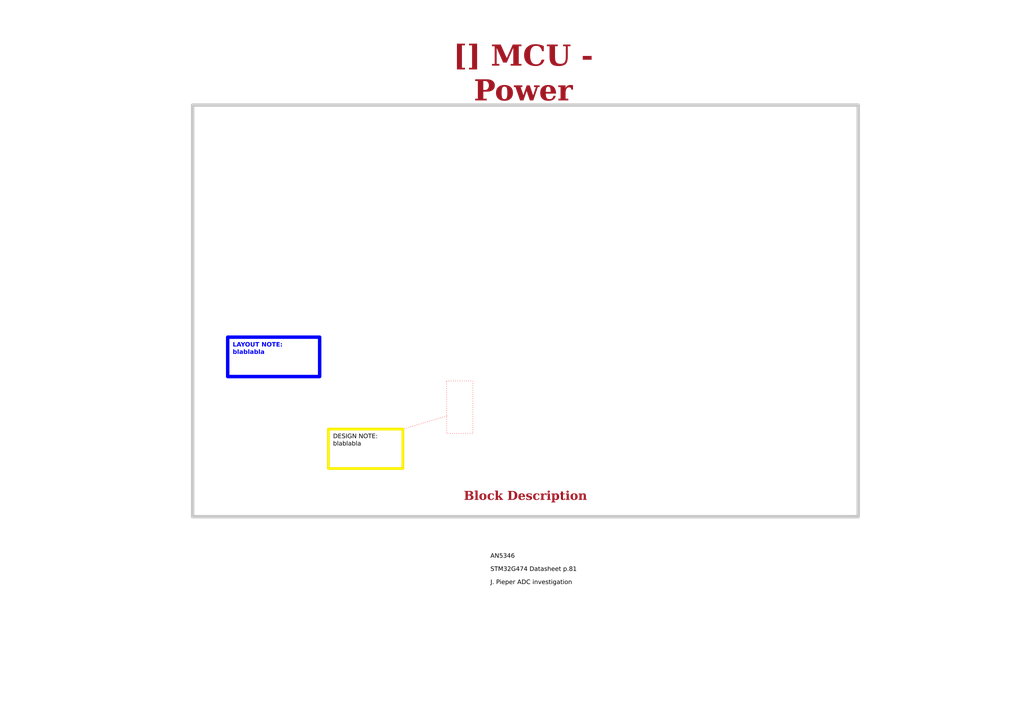
<source format=kicad_sch>
(kicad_sch (version 20230121) (generator eeschema)
  (paper "A4")
  (title_block (title "MCU - Power") (date "Last Modified Date") (rev "${REVISION}") (company "${COMPANY}"))
  (lib_symbols)
  (polyline (pts (xy 129.54 120.65) (xy 116.84 124.46)) (stroke (width 0) (type dot) (color 255 0 0 1)))
  (rectangle (start 129.54 110.49) (end 137.16 125.73) (stroke (width 0) (type dot) (color 255 0 0 1)))
  (rectangle (start 55.88 30.48) (end 248.92 149.86) (stroke (width 1) (color 200 200 200 1)))
  (text_box "LAYOUT NOTE:\nblablabla" (at 66.04 97.79 0) (size 26.67 11.43) (stroke (width 1) (color 0 0 255 1)) (effects (font (size 1.27 1.27) (thickness 0.4) bold) (justify left top)))
  (text_box "[${#}] ${TITLE}" (at 115.57 15.24 0) (size 72.39 12.7) (stroke (width -0.0001)) (effects (font (size 6 6) (thickness 1.2) bold)))
  (text_box "Block Description" (at 57.15 139.7 0) (size 190.5 7.62) (stroke (width -0.0001)) (effects (font (size 2.54 2.54) (thickness 0.508) bold) (justify bottom)))
  (text_box "DESIGN NOTE:\nblablabla" (at 95.25 124.46 0) (size 21.59 11.43) (stroke (width 0.8) (color 250 236 0 1)) (effects (font (size 1.27 1.27)) (justify left top)))
  (text "J. Pieper ADC investigation" (at 142.24 170.18 0) (effects (font (size 1.27 1.27)) (justify left bottom)))
  (text "STM32G474 Datasheet p.81" (at 142.24 166.37 0) (effects (font (size 1.27 1.27)) (justify left bottom)))
  (text "AN5346" (at 142.24 162.56 0) (effects (font (size 1.27 1.27)) (justify left bottom)))
)
</source>
